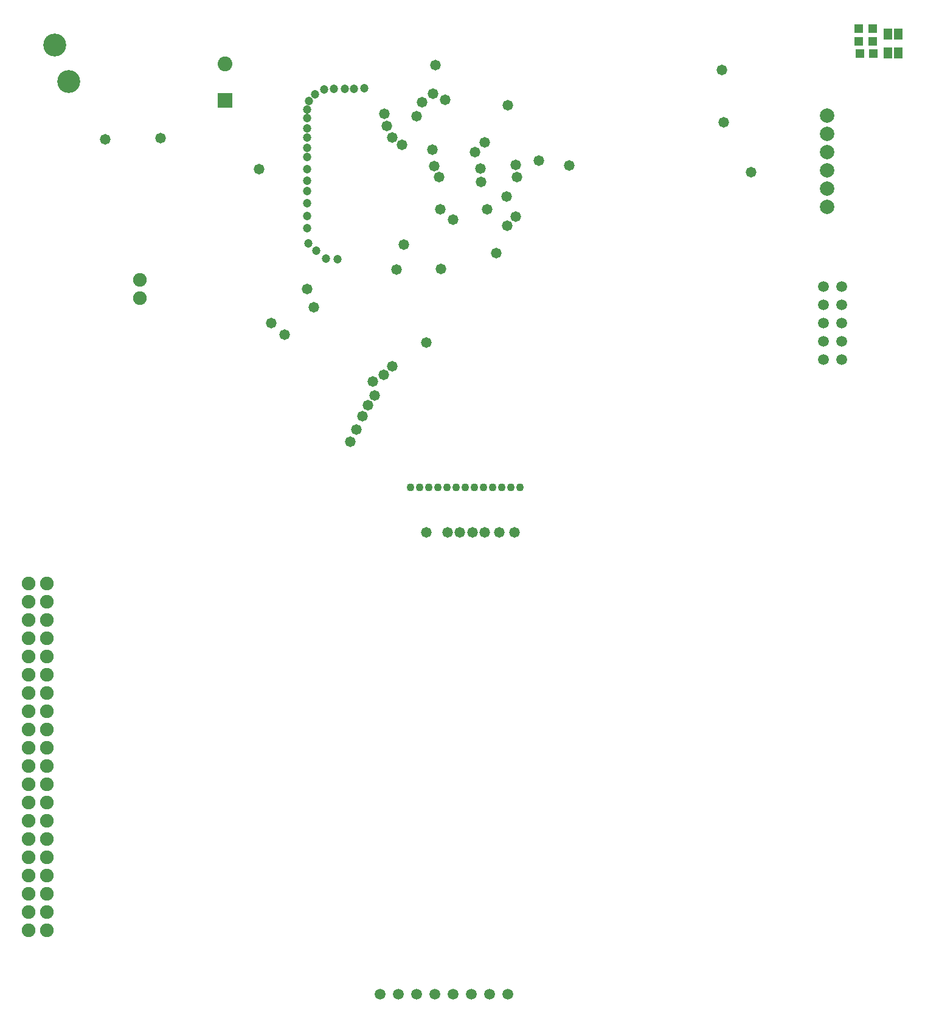
<source format=gbs>
%FSLAX44Y44*%
%MOMM*%
G71*
G01*
G75*
G04 Layer_Color=16711935*
%ADD10R,1.0000X1.0000*%
%ADD11R,1.0000X1.0000*%
%ADD12R,0.5500X1.5000*%
%ADD13R,1.5000X0.5500*%
%ADD14R,2.0000X5.5000*%
%ADD15R,0.7600X1.7800*%
%ADD16R,0.7200X1.7800*%
%ADD17R,4.3000X2.6000*%
%ADD18R,5.7000X5.5000*%
%ADD19C,0.9000*%
%ADD20C,2.0000*%
%ADD21C,1.4000*%
%ADD22C,0.5000*%
%ADD23C,0.3000*%
%ADD24C,0.5400*%
%ADD25C,1.0000*%
%ADD26C,0.4000*%
%ADD27C,0.2540*%
%ADD28R,1.8500X1.8500*%
%ADD29C,1.8500*%
%ADD30C,1.8000*%
%ADD31C,0.9000*%
%ADD32C,1.3000*%
%ADD33C,1.7000*%
%ADD34C,3.0000*%
%ADD35C,1.2700*%
%ADD36C,1.0000*%
%ADD37R,1.0000X1.4000*%
%ADD38C,0.2500*%
%ADD39C,0.2000*%
%ADD40R,1.2032X1.2032*%
%ADD41R,1.2032X1.2032*%
%ADD42R,0.7532X1.7032*%
%ADD43R,1.7032X0.7532*%
%ADD44R,2.2032X5.7032*%
%ADD45R,0.9632X1.9832*%
%ADD46R,0.9232X1.9832*%
%ADD47R,4.5032X2.8032*%
%ADD48R,5.9032X5.7032*%
%ADD49R,2.0532X2.0532*%
%ADD50C,2.0532*%
%ADD51C,2.0032*%
%ADD52C,1.1032*%
%ADD53C,1.5032*%
%ADD54C,1.9032*%
%ADD55C,3.2032*%
%ADD56C,1.4732*%
%ADD57C,1.2032*%
%ADD58R,1.2032X1.6032*%
D41*
X1228000Y1389000D02*
D03*
X1247000D02*
D03*
X1228000Y1371000D02*
D03*
X1247000D02*
D03*
X1229000Y1354000D02*
D03*
X1248000D02*
D03*
D49*
X345000Y1288600D02*
D03*
D50*
Y1339400D02*
D03*
D51*
X1184000Y1268000D02*
D03*
Y1242600D02*
D03*
Y1217200D02*
D03*
Y1191800D02*
D03*
Y1166400D02*
D03*
Y1141000D02*
D03*
D52*
X756200Y750000D02*
D03*
X730800D02*
D03*
X743500D02*
D03*
X718100D02*
D03*
X705400D02*
D03*
X692700D02*
D03*
X680000D02*
D03*
X667300D02*
D03*
X654600D02*
D03*
X641900D02*
D03*
X629200D02*
D03*
X616500D02*
D03*
X603800D02*
D03*
D53*
X586500Y45000D02*
D03*
X688100D02*
D03*
X662700D02*
D03*
X561100D02*
D03*
X611900D02*
D03*
X637300D02*
D03*
X713500D02*
D03*
X738900D02*
D03*
X1178750Y953500D02*
D03*
X1204150D02*
D03*
X1178750Y978900D02*
D03*
X1204150D02*
D03*
Y1004300D02*
D03*
X1178750D02*
D03*
X1204150Y1029700D02*
D03*
X1178750D02*
D03*
X1204150Y928100D02*
D03*
X1178750D02*
D03*
D54*
X97700Y616300D02*
D03*
X72300D02*
D03*
Y590900D02*
D03*
X97700D02*
D03*
X72300Y565500D02*
D03*
X97700D02*
D03*
X72300Y540100D02*
D03*
X97700D02*
D03*
X72300Y514700D02*
D03*
X97700D02*
D03*
X72300Y489300D02*
D03*
X97700D02*
D03*
X72300Y463900D02*
D03*
X97700D02*
D03*
X72300Y438500D02*
D03*
X97700D02*
D03*
X72300Y413100D02*
D03*
X97700D02*
D03*
Y387700D02*
D03*
X72300D02*
D03*
X97700Y362300D02*
D03*
X72300D02*
D03*
X97700Y336900D02*
D03*
X72300D02*
D03*
X97700Y311500D02*
D03*
X72300D02*
D03*
X97700Y286100D02*
D03*
X72300D02*
D03*
X97700Y260700D02*
D03*
X72300D02*
D03*
X97700Y235300D02*
D03*
X72300D02*
D03*
X97700Y209900D02*
D03*
X72300D02*
D03*
X97700Y184500D02*
D03*
X72300D02*
D03*
X97700Y159100D02*
D03*
X72300D02*
D03*
X97700Y133700D02*
D03*
X72300D02*
D03*
X227000Y1013600D02*
D03*
Y1039000D02*
D03*
D55*
X108000Y1366000D02*
D03*
X128000Y1315000D02*
D03*
D56*
X748000Y688000D02*
D03*
X707000D02*
D03*
X690000D02*
D03*
X672000D02*
D03*
X655000D02*
D03*
X551000Y898000D02*
D03*
X663000Y1123000D02*
D03*
X738000Y1114000D02*
D03*
X710000Y1137000D02*
D03*
X620000Y1286000D02*
D03*
X652000Y1290000D02*
D03*
X635000Y1298000D02*
D03*
X626000Y952000D02*
D03*
X727000Y688000D02*
D03*
X782500Y1205000D02*
D03*
X626000Y688000D02*
D03*
X520000Y814000D02*
D03*
X527999Y830998D02*
D03*
X536999Y848998D02*
D03*
X543999Y864998D02*
D03*
X567000Y1270000D02*
D03*
X566000Y907000D02*
D03*
X593999Y1087998D02*
D03*
X578000Y919000D02*
D03*
X428000Y963000D02*
D03*
X410000Y979000D02*
D03*
X179000Y1235000D02*
D03*
X469000Y1001000D02*
D03*
X460000Y1026000D02*
D03*
X584000Y1053000D02*
D03*
X1037000Y1331000D02*
D03*
X707000Y1230000D02*
D03*
X393000Y1193000D02*
D03*
X702000Y1175000D02*
D03*
X646000Y1054000D02*
D03*
X645000Y1137000D02*
D03*
X612000Y1267000D02*
D03*
X571000Y1253000D02*
D03*
X578150Y1236850D02*
D03*
X592000Y1227000D02*
D03*
X256000Y1236000D02*
D03*
X638000Y1338000D02*
D03*
X1040000Y1258000D02*
D03*
X723000Y1076000D02*
D03*
X701000Y1194000D02*
D03*
X749998Y1126998D02*
D03*
X737000Y1155000D02*
D03*
X750000Y1199000D02*
D03*
X752000Y1182000D02*
D03*
X825000Y1198000D02*
D03*
X693000Y1217000D02*
D03*
X643000Y1182000D02*
D03*
X739000Y1282000D02*
D03*
X637000Y1197000D02*
D03*
X634000Y1220000D02*
D03*
X1078000Y1189000D02*
D03*
X554000Y878000D02*
D03*
D57*
X460000Y1111000D02*
D03*
Y1163000D02*
D03*
Y1128000D02*
D03*
Y1146000D02*
D03*
Y1193000D02*
D03*
X486000Y1069000D02*
D03*
X472000Y1080000D02*
D03*
X502000Y1068000D02*
D03*
X460000Y1223000D02*
D03*
Y1237000D02*
D03*
Y1250000D02*
D03*
Y1264000D02*
D03*
X483000Y1304000D02*
D03*
X539000Y1306000D02*
D03*
X471000Y1297000D02*
D03*
X460000Y1210000D02*
D03*
Y1177000D02*
D03*
X461000Y1090000D02*
D03*
X462000Y1288000D02*
D03*
X460000Y1276000D02*
D03*
X525000Y1305000D02*
D03*
X512500Y1305000D02*
D03*
X497000Y1305000D02*
D03*
D58*
X1268000Y1355000D02*
D03*
X1283000D02*
D03*
Y1381400D02*
D03*
X1268000D02*
D03*
M02*

</source>
